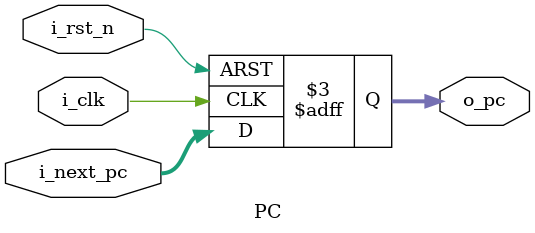
<source format=v>
`timescale 1ns / 1ps
module PC(i_clk,i_rst_n, i_next_pc,o_pc);
	input i_clk,i_rst_n;      //input 1bit clock, reset
	input [31:0] i_next_pc;   //input 32bit next_pc
	output [31:0] o_pc;       //output 32bit current_pc

	reg [31:0] o_pc;

	always@ (posedge i_clk or negedge i_rst_n) begin
		if(i_rst_n==0)    o_pc = 31'd0;
		else    o_pc = i_next_pc;
	end
endmodule

</source>
